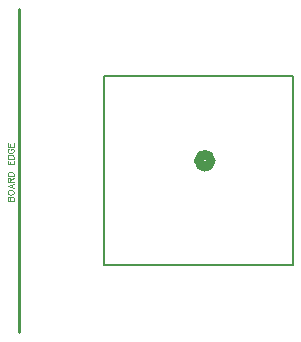
<source format=gbr>
G04 DipTrace 2.4.0.2*
%INTopAssy.gbr*%
%MOMM*%
%ADD10C,0.25*%
%ADD12C,0.076*%
%ADD14C,0.127*%
%ADD15C,0.813*%
%FSLAX53Y53*%
G04*
G71*
G90*
G75*
G01*
%LNTopAssy*%
%LPD*%
X7000Y22000D2*
D14*
X23000D1*
Y6000D1*
X7000D1*
Y22000D1*
X15000Y14850D2*
D15*
G02X15000Y14850I500J0D01*
G01*
X-220Y320D2*
D10*
Y27680D1*
X-1193Y11473D2*
D12*
X-682D1*
Y11692D1*
X-707Y11765D1*
X-731Y11789D1*
X-779Y11813D1*
X-852D1*
X-901Y11789D1*
X-925Y11765D1*
X-950Y11692D1*
X-974Y11765D1*
X-998Y11789D1*
X-1047Y11813D1*
X-1096D1*
X-1144Y11789D1*
X-1169Y11765D1*
X-1193Y11692D1*
Y11473D1*
X-950D2*
Y11692D1*
X-1193Y12116D2*
X-1169Y12067D1*
X-1120Y12019D1*
X-1071Y11994D1*
X-998Y11970D1*
X-877D1*
X-804Y11994D1*
X-755Y12019D1*
X-707Y12067D1*
X-682Y12116D1*
Y12213D1*
X-707Y12261D1*
X-755Y12310D1*
X-804Y12334D1*
X-877Y12359D1*
X-998D1*
X-1071Y12334D1*
X-1120Y12310D1*
X-1169Y12261D1*
X-1193Y12213D1*
Y12116D1*
X-682Y12905D2*
X-1193Y12710D1*
X-682Y12515D1*
X-852Y12588D2*
Y12832D1*
X-950Y13061D2*
Y13280D1*
X-974Y13353D1*
X-998Y13378D1*
X-1047Y13402D1*
X-1096D1*
X-1144Y13378D1*
X-1169Y13353D1*
X-1193Y13280D1*
Y13061D1*
X-682D1*
X-950Y13232D2*
X-682Y13402D1*
X-1193Y13559D2*
X-682D1*
Y13729D1*
X-707Y13802D1*
X-755Y13851D1*
X-804Y13875D1*
X-877Y13899D1*
X-998D1*
X-1071Y13875D1*
X-1120Y13851D1*
X-1169Y13802D1*
X-1193Y13729D1*
Y13559D1*
Y14865D2*
Y14550D1*
X-682D1*
Y14865D1*
X-950Y14550D2*
Y14744D1*
X-1193Y15022D2*
X-682D1*
Y15192D1*
X-707Y15265D1*
X-755Y15314D1*
X-804Y15338D1*
X-877Y15362D1*
X-998D1*
X-1071Y15338D1*
X-1120Y15314D1*
X-1169Y15265D1*
X-1193Y15192D1*
Y15022D1*
X-1071Y15884D2*
X-1120Y15859D1*
X-1169Y15811D1*
X-1193Y15762D1*
Y15665D1*
X-1169Y15616D1*
X-1120Y15568D1*
X-1071Y15543D1*
X-998Y15519D1*
X-877D1*
X-804Y15543D1*
X-755Y15568D1*
X-707Y15616D1*
X-682Y15665D1*
Y15762D1*
X-707Y15811D1*
X-755Y15859D1*
X-804Y15884D1*
X-877D1*
Y15762D1*
X-1193Y16356D2*
Y16040D1*
X-682D1*
Y16356D1*
X-950Y16040D2*
Y16235D1*
M02*

</source>
